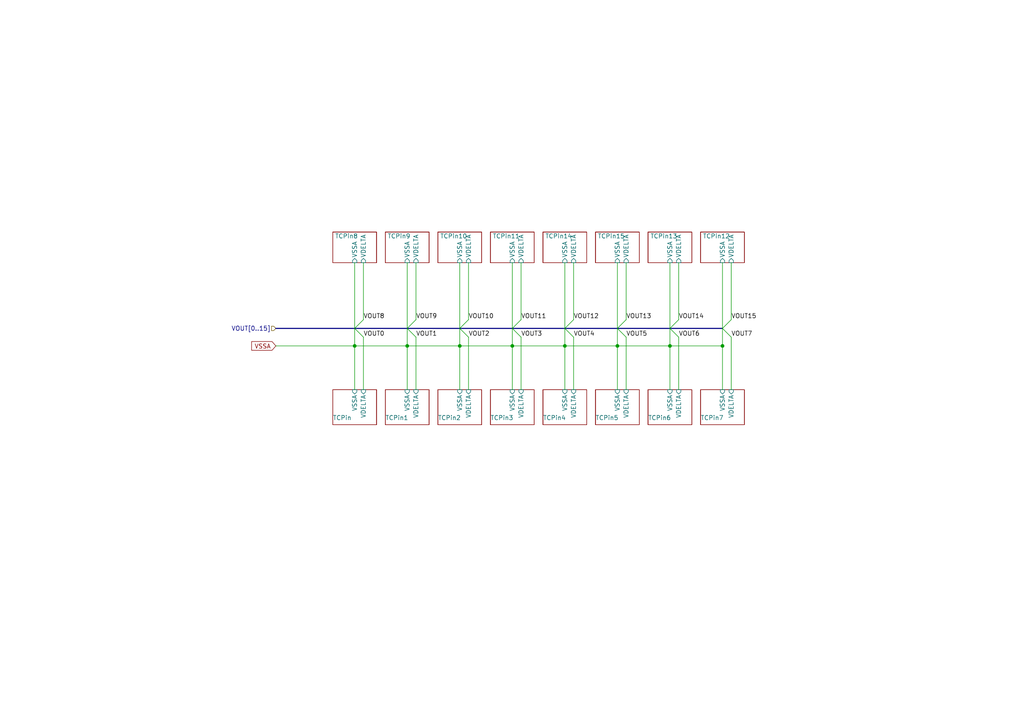
<source format=kicad_sch>
(kicad_sch
	(version 20231120)
	(generator "eeschema")
	(generator_version "8.0")
	(uuid "da582223-447f-4ab1-80b2-c5fd6a4563d7")
	(paper "A4")
	(lib_symbols)
	(junction
		(at 102.87 100.33)
		(diameter 0)
		(color 0 0 0 0)
		(uuid "20534671-c343-4ab3-9e03-cec1a3b8e346")
	)
	(junction
		(at 148.59 100.33)
		(diameter 0)
		(color 0 0 0 0)
		(uuid "25b51675-855e-439c-8e6f-59e5280a4207")
	)
	(junction
		(at 163.83 100.33)
		(diameter 0)
		(color 0 0 0 0)
		(uuid "593ffe82-2f74-4447-be1f-99c79520473e")
	)
	(junction
		(at 209.55 100.33)
		(diameter 0)
		(color 0 0 0 0)
		(uuid "955b4c81-e87f-490c-be3a-3dac2f5566a3")
	)
	(junction
		(at 118.11 100.33)
		(diameter 0)
		(color 0 0 0 0)
		(uuid "c1ebf636-f9af-4b6d-a6f0-c4d1a4507340")
	)
	(junction
		(at 179.07 100.33)
		(diameter 0)
		(color 0 0 0 0)
		(uuid "ca557b0e-f726-4ecb-a1e3-6790d9e604ed")
	)
	(junction
		(at 194.31 100.33)
		(diameter 0)
		(color 0 0 0 0)
		(uuid "cf879270-a3d9-4982-a2da-d65093b120bd")
	)
	(junction
		(at 133.35 100.33)
		(diameter 0)
		(color 0 0 0 0)
		(uuid "f2d50f95-5656-4f60-8ea3-6d0adfdf9c17")
	)
	(bus_entry
		(at 179.07 95.25)
		(size 2.54 2.54)
		(stroke
			(width 0)
			(type default)
		)
		(uuid "12e346be-15a9-4b91-bfd8-e6a7a519d19f")
	)
	(bus_entry
		(at 118.11 95.25)
		(size 2.54 -2.54)
		(stroke
			(width 0)
			(type default)
		)
		(uuid "196cfc71-3f49-40de-aab5-c3e23057f1c2")
	)
	(bus_entry
		(at 148.59 95.25)
		(size 2.54 2.54)
		(stroke
			(width 0)
			(type default)
		)
		(uuid "251d72d1-1edf-451f-af7b-1a327de124ae")
	)
	(bus_entry
		(at 209.55 95.25)
		(size 2.54 2.54)
		(stroke
			(width 0)
			(type default)
		)
		(uuid "36691e6b-3379-410b-b653-3ac397660868")
	)
	(bus_entry
		(at 118.11 95.25)
		(size 2.54 2.54)
		(stroke
			(width 0)
			(type default)
		)
		(uuid "3d656332-8c64-48df-9b7a-03f56689ec49")
	)
	(bus_entry
		(at 179.07 95.25)
		(size 2.54 -2.54)
		(stroke
			(width 0)
			(type default)
		)
		(uuid "494f9490-1948-4561-b18a-a3a5ed714606")
	)
	(bus_entry
		(at 102.87 95.25)
		(size 2.54 2.54)
		(stroke
			(width 0)
			(type default)
		)
		(uuid "626305e4-37c3-4e35-b457-95a787ba34d3")
	)
	(bus_entry
		(at 148.59 95.25)
		(size 2.54 -2.54)
		(stroke
			(width 0)
			(type default)
		)
		(uuid "64785982-2cba-4894-8481-c417c467101e")
	)
	(bus_entry
		(at 133.35 95.25)
		(size 2.54 2.54)
		(stroke
			(width 0)
			(type default)
		)
		(uuid "6679a35f-e83f-4c39-87b0-4febd1e88bc5")
	)
	(bus_entry
		(at 102.87 95.25)
		(size 2.54 -2.54)
		(stroke
			(width 0)
			(type default)
		)
		(uuid "67295e40-8b12-434f-a169-e3e759e4b970")
	)
	(bus_entry
		(at 133.35 95.25)
		(size 2.54 -2.54)
		(stroke
			(width 0)
			(type default)
		)
		(uuid "807c75c4-b9ca-4eb6-8934-c82b21126655")
	)
	(bus_entry
		(at 163.83 95.25)
		(size 2.54 -2.54)
		(stroke
			(width 0)
			(type default)
		)
		(uuid "bf21b640-cc38-4734-87d5-9e6198e01f3a")
	)
	(bus_entry
		(at 194.31 95.25)
		(size 2.54 -2.54)
		(stroke
			(width 0)
			(type default)
		)
		(uuid "c228dc78-d94f-4113-aa68-f4d426f7e65d")
	)
	(bus_entry
		(at 209.55 95.25)
		(size 2.54 -2.54)
		(stroke
			(width 0)
			(type default)
		)
		(uuid "e8a93598-1668-4697-83bf-94fec867e44d")
	)
	(bus_entry
		(at 194.31 95.25)
		(size 2.54 2.54)
		(stroke
			(width 0)
			(type default)
		)
		(uuid "ed0dfd6b-f040-44d4-ae81-151758a159f2")
	)
	(bus_entry
		(at 163.83 95.25)
		(size 2.54 2.54)
		(stroke
			(width 0)
			(type default)
		)
		(uuid "f34a5168-66dd-48e7-bf55-a09ff0ed6c6b")
	)
	(wire
		(pts
			(xy 209.55 95.25) (xy 209.55 100.33)
		)
		(stroke
			(width 0)
			(type default)
		)
		(uuid "0363b13e-2b1f-4685-9fac-4f835cee3f67")
	)
	(wire
		(pts
			(xy 212.09 76.2) (xy 212.09 92.71)
		)
		(stroke
			(width 0)
			(type default)
		)
		(uuid "06047753-533c-40bb-b80b-6a930ee0286b")
	)
	(wire
		(pts
			(xy 163.83 100.33) (xy 179.07 100.33)
		)
		(stroke
			(width 0)
			(type default)
		)
		(uuid "07b9534d-1750-41f2-902e-f2f31fd555e5")
	)
	(wire
		(pts
			(xy 166.37 76.2) (xy 166.37 92.71)
		)
		(stroke
			(width 0)
			(type default)
		)
		(uuid "08e53d18-caeb-4c50-8724-0260c0e5d253")
	)
	(wire
		(pts
			(xy 163.83 76.2) (xy 163.83 95.25)
		)
		(stroke
			(width 0)
			(type default)
		)
		(uuid "0bb81c23-89dd-42fc-a1eb-a272ca67dfd6")
	)
	(wire
		(pts
			(xy 196.85 76.2) (xy 196.85 92.71)
		)
		(stroke
			(width 0)
			(type default)
		)
		(uuid "1091336a-2067-43da-9586-f6d5cee5a905")
	)
	(wire
		(pts
			(xy 179.07 100.33) (xy 194.31 100.33)
		)
		(stroke
			(width 0)
			(type default)
		)
		(uuid "129dc75f-082b-4974-bb95-8f2fbe026dd1")
	)
	(wire
		(pts
			(xy 179.07 95.25) (xy 179.07 100.33)
		)
		(stroke
			(width 0)
			(type default)
		)
		(uuid "188828ee-0451-47ff-99c0-56d61c40b487")
	)
	(wire
		(pts
			(xy 133.35 95.25) (xy 133.35 100.33)
		)
		(stroke
			(width 0)
			(type default)
		)
		(uuid "18d8b4e1-848e-41ea-bd2e-b82718759bd3")
	)
	(wire
		(pts
			(xy 194.31 100.33) (xy 209.55 100.33)
		)
		(stroke
			(width 0)
			(type default)
		)
		(uuid "1d4b692e-0b22-4a8f-943a-048ee952034c")
	)
	(wire
		(pts
			(xy 105.41 97.79) (xy 105.41 113.03)
		)
		(stroke
			(width 0)
			(type default)
		)
		(uuid "22e2dfc6-630c-4f72-b2c8-875ab967f68d")
	)
	(wire
		(pts
			(xy 135.89 76.2) (xy 135.89 92.71)
		)
		(stroke
			(width 0)
			(type default)
		)
		(uuid "23a7fb95-a7a2-4bd4-81fa-a4487312f51f")
	)
	(bus
		(pts
			(xy 179.07 95.25) (xy 194.31 95.25)
		)
		(stroke
			(width 0)
			(type default)
		)
		(uuid "286ab322-5253-4627-bbc9-b883affe1dad")
	)
	(wire
		(pts
			(xy 181.61 97.79) (xy 181.61 113.03)
		)
		(stroke
			(width 0)
			(type default)
		)
		(uuid "2bca3432-ec3f-4e3a-8de5-c09570e77d03")
	)
	(wire
		(pts
			(xy 148.59 113.03) (xy 148.59 100.33)
		)
		(stroke
			(width 0)
			(type default)
		)
		(uuid "2c425787-25d6-4ab2-bc1c-4a194512bacb")
	)
	(wire
		(pts
			(xy 151.13 97.79) (xy 151.13 113.03)
		)
		(stroke
			(width 0)
			(type default)
		)
		(uuid "2e5929a9-33c7-453b-85b9-5eb323f7c9d9")
	)
	(wire
		(pts
			(xy 209.55 76.2) (xy 209.55 95.25)
		)
		(stroke
			(width 0)
			(type default)
		)
		(uuid "2f57791e-dba7-4d08-9089-a7a957043a99")
	)
	(wire
		(pts
			(xy 118.11 76.2) (xy 118.11 95.25)
		)
		(stroke
			(width 0)
			(type default)
		)
		(uuid "36cf5df2-50af-4904-9595-e7225db3fd32")
	)
	(wire
		(pts
			(xy 166.37 97.79) (xy 166.37 113.03)
		)
		(stroke
			(width 0)
			(type default)
		)
		(uuid "40ddf68e-ce6a-422a-96b7-6bfb3def38ca")
	)
	(bus
		(pts
			(xy 118.11 95.25) (xy 133.35 95.25)
		)
		(stroke
			(width 0)
			(type default)
		)
		(uuid "42638ff1-6828-46ff-a619-0e1c97c2ffb3")
	)
	(bus
		(pts
			(xy 163.83 95.25) (xy 179.07 95.25)
		)
		(stroke
			(width 0)
			(type default)
		)
		(uuid "44caaf5d-0b89-45bc-8305-f305a5fede04")
	)
	(wire
		(pts
			(xy 118.11 113.03) (xy 118.11 100.33)
		)
		(stroke
			(width 0)
			(type default)
		)
		(uuid "4777c5c9-c170-4550-9101-655523ac6a43")
	)
	(wire
		(pts
			(xy 179.07 113.03) (xy 179.07 100.33)
		)
		(stroke
			(width 0)
			(type default)
		)
		(uuid "4e2acec9-4ae1-4bae-b7ff-4c99842574ac")
	)
	(wire
		(pts
			(xy 102.87 95.25) (xy 102.87 100.33)
		)
		(stroke
			(width 0)
			(type default)
		)
		(uuid "4fd9f6d9-4bac-4843-a092-075ba41c22ac")
	)
	(wire
		(pts
			(xy 179.07 76.2) (xy 179.07 95.25)
		)
		(stroke
			(width 0)
			(type default)
		)
		(uuid "5922614d-caa8-4096-954f-b4191b4012a4")
	)
	(wire
		(pts
			(xy 102.87 76.2) (xy 102.87 95.25)
		)
		(stroke
			(width 0)
			(type default)
		)
		(uuid "5c6ab7f8-336b-4c47-937a-22ab696f36d4")
	)
	(wire
		(pts
			(xy 102.87 100.33) (xy 118.11 100.33)
		)
		(stroke
			(width 0)
			(type default)
		)
		(uuid "64bdb8c5-b5a7-40a1-901c-f993e9ecf7e0")
	)
	(wire
		(pts
			(xy 194.31 113.03) (xy 194.31 100.33)
		)
		(stroke
			(width 0)
			(type default)
		)
		(uuid "6c8c5891-208d-42a0-8197-973f921630ee")
	)
	(wire
		(pts
			(xy 181.61 76.2) (xy 181.61 92.71)
		)
		(stroke
			(width 0)
			(type default)
		)
		(uuid "6e7ca9fa-4e5b-4cfe-ba6e-362e7513310a")
	)
	(wire
		(pts
			(xy 212.09 97.79) (xy 212.09 113.03)
		)
		(stroke
			(width 0)
			(type default)
		)
		(uuid "73eb9e1c-633e-4068-b029-c8e5a07a4983")
	)
	(wire
		(pts
			(xy 194.31 76.2) (xy 194.31 95.25)
		)
		(stroke
			(width 0)
			(type default)
		)
		(uuid "7b46287b-5313-440f-ada7-4d55f62b5a6e")
	)
	(bus
		(pts
			(xy 133.35 95.25) (xy 148.59 95.25)
		)
		(stroke
			(width 0)
			(type default)
		)
		(uuid "80c34800-7329-4fe7-8e5d-05fba49e61df")
	)
	(wire
		(pts
			(xy 118.11 100.33) (xy 133.35 100.33)
		)
		(stroke
			(width 0)
			(type default)
		)
		(uuid "867f518e-538f-4088-9a07-85eb5e24d567")
	)
	(wire
		(pts
			(xy 133.35 113.03) (xy 133.35 100.33)
		)
		(stroke
			(width 0)
			(type default)
		)
		(uuid "919f962f-6726-44eb-98ed-eb7aed7c6299")
	)
	(wire
		(pts
			(xy 163.83 113.03) (xy 163.83 100.33)
		)
		(stroke
			(width 0)
			(type default)
		)
		(uuid "9a91b172-dab4-4642-bed6-ad000e0ac62d")
	)
	(wire
		(pts
			(xy 209.55 113.03) (xy 209.55 100.33)
		)
		(stroke
			(width 0)
			(type default)
		)
		(uuid "a52beec5-26c2-4775-8a7f-a2aac96c0183")
	)
	(wire
		(pts
			(xy 133.35 100.33) (xy 148.59 100.33)
		)
		(stroke
			(width 0)
			(type default)
		)
		(uuid "a64fb408-559e-4447-9d6a-f32b95bd880e")
	)
	(wire
		(pts
			(xy 135.89 97.79) (xy 135.89 113.03)
		)
		(stroke
			(width 0)
			(type default)
		)
		(uuid "b5161cfb-091a-484a-ba79-94f6297ac5f3")
	)
	(wire
		(pts
			(xy 133.35 76.2) (xy 133.35 95.25)
		)
		(stroke
			(width 0)
			(type default)
		)
		(uuid "b7b18b98-674f-4c10-9db0-8d9bde6e365a")
	)
	(wire
		(pts
			(xy 148.59 95.25) (xy 148.59 100.33)
		)
		(stroke
			(width 0)
			(type default)
		)
		(uuid "b9ac058c-7713-496d-93ad-bbd1b9646034")
	)
	(bus
		(pts
			(xy 194.31 95.25) (xy 209.55 95.25)
		)
		(stroke
			(width 0)
			(type default)
		)
		(uuid "ba217e6b-e8c2-4f64-94e5-3a7e76b7f88e")
	)
	(wire
		(pts
			(xy 80.01 100.33) (xy 102.87 100.33)
		)
		(stroke
			(width 0)
			(type default)
		)
		(uuid "baee6ba7-65a5-4fd9-a380-c0697959e9fe")
	)
	(wire
		(pts
			(xy 120.65 76.2) (xy 120.65 92.71)
		)
		(stroke
			(width 0)
			(type default)
		)
		(uuid "bec565a7-c545-41ac-9c1d-b25d82f6fd17")
	)
	(wire
		(pts
			(xy 148.59 100.33) (xy 163.83 100.33)
		)
		(stroke
			(width 0)
			(type default)
		)
		(uuid "c56af5bf-e6cc-4321-895e-70bbb83e7234")
	)
	(wire
		(pts
			(xy 194.31 95.25) (xy 194.31 100.33)
		)
		(stroke
			(width 0)
			(type default)
		)
		(uuid "c6a36b3b-b998-4d5a-bc3b-e02d7750c4c1")
	)
	(wire
		(pts
			(xy 163.83 95.25) (xy 163.83 100.33)
		)
		(stroke
			(width 0)
			(type default)
		)
		(uuid "ca9c14c2-2db3-47d7-aa38-e62ebd76cccd")
	)
	(bus
		(pts
			(xy 80.01 95.25) (xy 102.87 95.25)
		)
		(stroke
			(width 0)
			(type default)
		)
		(uuid "d22fe226-cc61-425a-8e16-9e8a995ec6ae")
	)
	(wire
		(pts
			(xy 118.11 95.25) (xy 118.11 100.33)
		)
		(stroke
			(width 0)
			(type default)
		)
		(uuid "d2838bc0-5f0c-442b-9a63-0539c330ab25")
	)
	(wire
		(pts
			(xy 148.59 76.2) (xy 148.59 95.25)
		)
		(stroke
			(width 0)
			(type default)
		)
		(uuid "d3338fe3-6465-485d-b437-b84aa8ca2435")
	)
	(wire
		(pts
			(xy 102.87 113.03) (xy 102.87 100.33)
		)
		(stroke
			(width 0)
			(type default)
		)
		(uuid "e05edd71-cadf-4a0b-a861-63f7b7dd0f84")
	)
	(bus
		(pts
			(xy 148.59 95.25) (xy 163.83 95.25)
		)
		(stroke
			(width 0)
			(type default)
		)
		(uuid "e37dc9e4-3b50-4371-873c-4d56f274dba4")
	)
	(wire
		(pts
			(xy 151.13 76.2) (xy 151.13 92.71)
		)
		(stroke
			(width 0)
			(type default)
		)
		(uuid "e8bfe4cd-12cd-4b0d-8fac-f664cd138460")
	)
	(bus
		(pts
			(xy 102.87 95.25) (xy 118.11 95.25)
		)
		(stroke
			(width 0)
			(type default)
		)
		(uuid "ef38a962-28c9-4f8a-9e5d-5f5f7cc6de41")
	)
	(wire
		(pts
			(xy 120.65 97.79) (xy 120.65 113.03)
		)
		(stroke
			(width 0)
			(type default)
		)
		(uuid "ef4c10a6-0281-4eda-876e-31afebe99de9")
	)
	(wire
		(pts
			(xy 105.41 76.2) (xy 105.41 92.71)
		)
		(stroke
			(width 0)
			(type default)
		)
		(uuid "f0220dfb-28ed-497e-9e08-ed5b4739e9f4")
	)
	(wire
		(pts
			(xy 196.85 97.79) (xy 196.85 113.03)
		)
		(stroke
			(width 0)
			(type default)
		)
		(uuid "f5577d78-2a31-49d1-98ae-fa065a1fe60b")
	)
	(label "VOUT5"
		(at 181.61 97.79 0)
		(fields_autoplaced yes)
		(effects
			(font
				(size 1.27 1.27)
			)
			(justify left bottom)
		)
		(uuid "0b2b1e30-e83c-4787-8391-0fd3c63a5ea2")
	)
	(label "VOUT3"
		(at 151.13 97.79 0)
		(fields_autoplaced yes)
		(effects
			(font
				(size 1.27 1.27)
			)
			(justify left bottom)
		)
		(uuid "0b2f1b85-87c4-4ff3-b711-79c8ab22ac45")
	)
	(label "VOUT13"
		(at 181.61 92.71 0)
		(fields_autoplaced yes)
		(effects
			(font
				(size 1.27 1.27)
			)
			(justify left bottom)
		)
		(uuid "0e30f1cc-b0a0-493b-b1ff-4ca8339d4d42")
	)
	(label "VOUT12"
		(at 166.37 92.71 0)
		(fields_autoplaced yes)
		(effects
			(font
				(size 1.27 1.27)
			)
			(justify left bottom)
		)
		(uuid "0faef28c-fff3-4ff3-a528-d54cf42ff58f")
	)
	(label "VOUT4"
		(at 166.37 97.79 0)
		(fields_autoplaced yes)
		(effects
			(font
				(size 1.27 1.27)
			)
			(justify left bottom)
		)
		(uuid "1b0a683d-bca2-4d29-9e2f-0a8eea25acd0")
	)
	(label "VOUT7"
		(at 212.09 97.79 0)
		(fields_autoplaced yes)
		(effects
			(font
				(size 1.27 1.27)
			)
			(justify left bottom)
		)
		(uuid "1d817639-6a23-4391-8242-f12574c21bea")
	)
	(label "VOUT15"
		(at 212.09 92.71 0)
		(fields_autoplaced yes)
		(effects
			(font
				(size 1.27 1.27)
			)
			(justify left bottom)
		)
		(uuid "1dc018e9-25d2-4745-8d1a-762aa207bc5b")
	)
	(label "VOUT2"
		(at 135.89 97.79 0)
		(fields_autoplaced yes)
		(effects
			(font
				(size 1.27 1.27)
			)
			(justify left bottom)
		)
		(uuid "25c30d6f-d260-4414-b901-7ff853a7a112")
	)
	(label "VOUT6"
		(at 196.85 97.79 0)
		(fields_autoplaced yes)
		(effects
			(font
				(size 1.27 1.27)
			)
			(justify left bottom)
		)
		(uuid "361e5021-4ca4-422f-a44e-1b65f9a0fdc7")
	)
	(label "VOUT8"
		(at 105.41 92.71 0)
		(fields_autoplaced yes)
		(effects
			(font
				(size 1.27 1.27)
			)
			(justify left bottom)
		)
		(uuid "55195356-8678-42b2-915b-af640457d5d0")
	)
	(label "VOUT10"
		(at 135.89 92.71 0)
		(fields_autoplaced yes)
		(effects
			(font
				(size 1.27 1.27)
			)
			(justify left bottom)
		)
		(uuid "60225905-2378-43f3-8a8b-5b6b25eb0745")
	)
	(label "VOUT0"
		(at 105.41 97.79 0)
		(fields_autoplaced yes)
		(effects
			(font
				(size 1.27 1.27)
			)
			(justify left bottom)
		)
		(uuid "99f67ecf-a15a-4a99-bf95-c8512d62af53")
	)
	(label "VOUT11"
		(at 151.13 92.71 0)
		(fields_autoplaced yes)
		(effects
			(font
				(size 1.27 1.27)
			)
			(justify left bottom)
		)
		(uuid "b7f1d71a-1427-4432-a527-e0d131c956c6")
	)
	(label "VOUT9"
		(at 120.65 92.71 0)
		(fields_autoplaced yes)
		(effects
			(font
				(size 1.27 1.27)
			)
			(justify left bottom)
		)
		(uuid "cd13550c-1c00-40ff-8d39-08dd540dbda8")
	)
	(label "VOUT14"
		(at 196.85 92.71 0)
		(fields_autoplaced yes)
		(effects
			(font
				(size 1.27 1.27)
			)
			(justify left bottom)
		)
		(uuid "d2a42379-4e34-4010-8e3d-2942e9aa27cb")
	)
	(label "VOUT1"
		(at 120.65 97.79 0)
		(fields_autoplaced yes)
		(effects
			(font
				(size 1.27 1.27)
			)
			(justify left bottom)
		)
		(uuid "d9db2406-e60f-4e14-9b34-096e0f3c9d85")
	)
	(global_label "VSSA"
		(shape input)
		(at 80.01 100.33 180)
		(fields_autoplaced yes)
		(effects
			(font
				(size 1.27 1.27)
			)
			(justify right)
		)
		(uuid "db9cd58b-bb2b-401b-a08f-6cc6408beb11")
		(property "Intersheetrefs" "${INTERSHEET_REFS}"
			(at 72.4286 100.33 0)
			(effects
				(font
					(size 1.27 1.27)
				)
				(justify right)
				(hide yes)
			)
		)
	)
	(hierarchical_label "VOUT[0..15]"
		(shape input)
		(at 80.01 95.25 180)
		(fields_autoplaced yes)
		(effects
			(font
				(size 1.27 1.27)
			)
			(justify right)
		)
		(uuid "60baa794-3df6-472d-b8cc-b444c3da9fac")
	)
	(sheet
		(at 187.96 67.31)
		(size 12.7 8.89)
		(stroke
			(width 0.1524)
			(type solid)
		)
		(fill
			(color 0 0 0 0.0000)
		)
		(uuid "28361e6f-172e-4308-af60-501e4288a67c")
		(property "Sheetname" "TCPin13"
			(at 188.595 69.215 0)
			(effects
				(font
					(size 1.27 1.27)
				)
				(justify left bottom)
			)
		)
		(property "Sheetfile" "tcpin.kicad_sch"
			(at 187.325 76.1496 0)
			(effects
				(font
					(size 1.27 1.27)
				)
				(justify left top)
				(hide yes)
			)
		)
		(property "Field2" ""
			(at 187.96 67.31 0)
			(effects
				(font
					(size 1.27 1.27)
				)
				(hide yes)
			)
		)
		(pin "VDELTA" input
			(at 196.85 76.2 270)
			(effects
				(font
					(size 1.27 1.27)
				)
				(justify left)
			)
			(uuid "3a0de9bb-d968-42ff-b39c-7ba21978b671")
		)
		(pin "VSSA" input
			(at 194.31 76.2 270)
			(effects
				(font
					(size 1.27 1.27)
				)
				(justify left)
			)
			(uuid "9bde3c8e-e8e5-4414-b6bc-5df9e19e2a56")
		)
		(instances
			(project "main_board"
				(path "/6c1b8035-64fa-4797-a506-5c9583cb241c/de32f10f-5064-49a9-8c83-68eb59f8eaab"
					(page "19")
				)
			)
		)
	)
	(sheet
		(at 96.52 113.03)
		(size 12.7 10.16)
		(stroke
			(width 0.1524)
			(type solid)
		)
		(fill
			(color 0 0 0 0.0000)
		)
		(uuid "30122caa-95f6-40d1-ba5b-69cff80674ce")
		(property "Sheetname" "TCPin"
			(at 96.52 121.92 0)
			(effects
				(font
					(size 1.27 1.27)
				)
				(justify left bottom)
			)
		)
		(property "Sheetfile" "tcpin.kicad_sch"
			(at 95.885 121.8696 0)
			(effects
				(font
					(size 1.27 1.27)
				)
				(justify left top)
				(hide yes)
			)
		)
		(property "Field2" ""
			(at 96.52 113.03 0)
			(effects
				(font
					(size 1.27 1.27)
				)
				(hide yes)
			)
		)
		(pin "VDELTA" input
			(at 105.41 113.03 90)
			(effects
				(font
					(size 1.27 1.27)
				)
				(justify right)
			)
			(uuid "4c5a5029-4f63-4a7b-a0f0-07feadb82dc3")
		)
		(pin "VSSA" input
			(at 102.87 113.03 90)
			(effects
				(font
					(size 1.27 1.27)
				)
				(justify right)
			)
			(uuid "7e0b77ec-323c-4442-9f0b-b1e5918d6c06")
		)
		(instances
			(project "main_board"
				(path "/6c1b8035-64fa-4797-a506-5c9583cb241c/de32f10f-5064-49a9-8c83-68eb59f8eaab"
					(page "5")
				)
			)
		)
	)
	(sheet
		(at 203.2 113.03)
		(size 12.7 10.16)
		(stroke
			(width 0.1524)
			(type solid)
		)
		(fill
			(color 0 0 0 0.0000)
		)
		(uuid "36c9a952-c2c0-4742-bef5-43812283685d")
		(property "Sheetname" "TCPin7"
			(at 203.2 121.92 0)
			(effects
				(font
					(size 1.27 1.27)
				)
				(justify left bottom)
			)
		)
		(property "Sheetfile" "tcpin.kicad_sch"
			(at 202.565 121.8696 0)
			(effects
				(font
					(size 1.27 1.27)
				)
				(justify left top)
				(hide yes)
			)
		)
		(property "Field2" ""
			(at 203.2 113.03 0)
			(effects
				(font
					(size 1.27 1.27)
				)
				(hide yes)
			)
		)
		(pin "VDELTA" input
			(at 212.09 113.03 90)
			(effects
				(font
					(size 1.27 1.27)
				)
				(justify right)
			)
			(uuid "b165504e-d61e-4c85-b219-aa87e06e9093")
		)
		(pin "VSSA" input
			(at 209.55 113.03 90)
			(effects
				(font
					(size 1.27 1.27)
				)
				(justify right)
			)
			(uuid "49d1f0f2-e2fe-4419-a7ac-78bf7e741666")
		)
		(instances
			(project "main_board"
				(path "/6c1b8035-64fa-4797-a506-5c9583cb241c/de32f10f-5064-49a9-8c83-68eb59f8eaab"
					(page "12")
				)
			)
		)
	)
	(sheet
		(at 142.24 113.03)
		(size 12.7 10.16)
		(stroke
			(width 0.1524)
			(type solid)
		)
		(fill
			(color 0 0 0 0.0000)
		)
		(uuid "452f8239-6f04-4990-b793-077b75cb9e63")
		(property "Sheetname" "TCPin3"
			(at 142.24 121.92 0)
			(effects
				(font
					(size 1.27 1.27)
				)
				(justify left bottom)
			)
		)
		(property "Sheetfile" "tcpin.kicad_sch"
			(at 141.605 121.8696 0)
			(effects
				(font
					(size 1.27 1.27)
				)
				(justify left top)
				(hide yes)
			)
		)
		(property "Field2" ""
			(at 142.24 113.03 0)
			(effects
				(font
					(size 1.27 1.27)
				)
				(hide yes)
			)
		)
		(pin "VDELTA" input
			(at 151.13 113.03 90)
			(effects
				(font
					(size 1.27 1.27)
				)
				(justify right)
			)
			(uuid "24a7ed0e-abb6-42f2-845f-a15beb34d726")
		)
		(pin "VSSA" input
			(at 148.59 113.03 90)
			(effects
				(font
					(size 1.27 1.27)
				)
				(justify right)
			)
			(uuid "808dcbc3-b907-40a1-871d-307088725bc0")
		)
		(instances
			(project "main_board"
				(path "/6c1b8035-64fa-4797-a506-5c9583cb241c/de32f10f-5064-49a9-8c83-68eb59f8eaab"
					(page "8")
				)
			)
		)
	)
	(sheet
		(at 157.48 67.31)
		(size 12.7 8.89)
		(stroke
			(width 0.1524)
			(type solid)
		)
		(fill
			(color 0 0 0 0.0000)
		)
		(uuid "5b3193da-5649-4022-8742-e0b531d318b7")
		(property "Sheetname" "TCPin14"
			(at 158.115 69.215 0)
			(effects
				(font
					(size 1.27 1.27)
				)
				(justify left bottom)
			)
		)
		(property "Sheetfile" "tcpin.kicad_sch"
			(at 156.845 76.1496 0)
			(effects
				(font
					(size 1.27 1.27)
				)
				(justify left top)
				(hide yes)
			)
		)
		(property "Field2" ""
			(at 157.48 67.31 0)
			(effects
				(font
					(size 1.27 1.27)
				)
				(hide yes)
			)
		)
		(pin "VDELTA" input
			(at 166.37 76.2 270)
			(effects
				(font
					(size 1.27 1.27)
				)
				(justify left)
			)
			(uuid "517b78d6-d852-4302-a5d8-a5bc2f7a05d2")
		)
		(pin "VSSA" input
			(at 163.83 76.2 270)
			(effects
				(font
					(size 1.27 1.27)
				)
				(justify left)
			)
			(uuid "056709ae-6f55-4d73-80df-fcdcba45acdd")
		)
		(instances
			(project "main_board"
				(path "/6c1b8035-64fa-4797-a506-5c9583cb241c/de32f10f-5064-49a9-8c83-68eb59f8eaab"
					(page "17")
				)
			)
		)
	)
	(sheet
		(at 127 67.31)
		(size 12.7 8.89)
		(stroke
			(width 0.1524)
			(type solid)
		)
		(fill
			(color 0 0 0 0.0000)
		)
		(uuid "628439ef-5cc3-4f48-b11b-7353eadf47d5")
		(property "Sheetname" "TCPin10"
			(at 127.635 69.215 0)
			(effects
				(font
					(size 1.27 1.27)
				)
				(justify left bottom)
			)
		)
		(property "Sheetfile" "tcpin.kicad_sch"
			(at 126.365 76.1496 0)
			(effects
				(font
					(size 1.27 1.27)
				)
				(justify left top)
				(hide yes)
			)
		)
		(property "Field2" ""
			(at 127 67.31 0)
			(effects
				(font
					(size 1.27 1.27)
				)
				(hide yes)
			)
		)
		(pin "VDELTA" input
			(at 135.89 76.2 270)
			(effects
				(font
					(size 1.27 1.27)
				)
				(justify left)
			)
			(uuid "5edab5a2-de8f-4ed9-ac17-f2bc6966c59b")
		)
		(pin "VSSA" input
			(at 133.35 76.2 270)
			(effects
				(font
					(size 1.27 1.27)
				)
				(justify left)
			)
			(uuid "f9b9fcb9-d901-463d-8e69-557bc4e3c7ac")
		)
		(instances
			(project "main_board"
				(path "/6c1b8035-64fa-4797-a506-5c9583cb241c/de32f10f-5064-49a9-8c83-68eb59f8eaab"
					(page "15")
				)
			)
		)
	)
	(sheet
		(at 96.52 67.31)
		(size 12.7 8.89)
		(stroke
			(width 0.1524)
			(type solid)
		)
		(fill
			(color 0 0 0 0.0000)
		)
		(uuid "64490793-e602-4a25-8f06-bfd2b47583b1")
		(property "Sheetname" "TCPin8"
			(at 97.155 69.215 0)
			(effects
				(font
					(size 1.27 1.27)
				)
				(justify left bottom)
			)
		)
		(property "Sheetfile" "tcpin.kicad_sch"
			(at 95.885 76.1496 0)
			(effects
				(font
					(size 1.27 1.27)
				)
				(justify left top)
				(hide yes)
			)
		)
		(property "Field2" ""
			(at 96.52 67.31 0)
			(effects
				(font
					(size 1.27 1.27)
				)
				(hide yes)
			)
		)
		(pin "VDELTA" input
			(at 105.41 76.2 270)
			(effects
				(font
					(size 1.27 1.27)
				)
				(justify left)
			)
			(uuid "80a62eaa-598d-4d54-8c52-5970a2d9d555")
		)
		(pin "VSSA" input
			(at 102.87 76.2 270)
			(effects
				(font
					(size 1.27 1.27)
				)
				(justify left)
			)
			(uuid "06ca238f-1ec4-46bd-9b8c-757a9149396b")
		)
		(instances
			(project "main_board"
				(path "/6c1b8035-64fa-4797-a506-5c9583cb241c/de32f10f-5064-49a9-8c83-68eb59f8eaab"
					(page "13")
				)
			)
		)
	)
	(sheet
		(at 142.24 67.31)
		(size 12.7 8.89)
		(stroke
			(width 0.1524)
			(type solid)
		)
		(fill
			(color 0 0 0 0.0000)
		)
		(uuid "7476be86-a201-44dc-855b-649ba629542c")
		(property "Sheetname" "TCPin11"
			(at 142.875 69.215 0)
			(effects
				(font
					(size 1.27 1.27)
				)
				(justify left bottom)
			)
		)
		(property "Sheetfile" "tcpin.kicad_sch"
			(at 141.605 76.1496 0)
			(effects
				(font
					(size 1.27 1.27)
				)
				(justify left top)
				(hide yes)
			)
		)
		(property "Field2" ""
			(at 142.24 67.31 0)
			(effects
				(font
					(size 1.27 1.27)
				)
				(hide yes)
			)
		)
		(pin "VDELTA" input
			(at 151.13 76.2 270)
			(effects
				(font
					(size 1.27 1.27)
				)
				(justify left)
			)
			(uuid "acb340f6-72e0-4ca7-a916-27de8a6b549a")
		)
		(pin "VSSA" input
			(at 148.59 76.2 270)
			(effects
				(font
					(size 1.27 1.27)
				)
				(justify left)
			)
			(uuid "e2a03f1a-18a7-49a4-bbd3-f97a1338e620")
		)
		(instances
			(project "main_board"
				(path "/6c1b8035-64fa-4797-a506-5c9583cb241c/de32f10f-5064-49a9-8c83-68eb59f8eaab"
					(page "16")
				)
			)
		)
	)
	(sheet
		(at 203.2 67.31)
		(size 12.7 8.89)
		(stroke
			(width 0.1524)
			(type solid)
		)
		(fill
			(color 0 0 0 0.0000)
		)
		(uuid "9508c33e-83c4-4436-97f4-70c3d616dfea")
		(property "Sheetname" "TCPin12"
			(at 203.835 69.215 0)
			(effects
				(font
					(size 1.27 1.27)
				)
				(justify left bottom)
			)
		)
		(property "Sheetfile" "tcpin.kicad_sch"
			(at 202.565 76.1496 0)
			(effects
				(font
					(size 1.27 1.27)
				)
				(justify left top)
				(hide yes)
			)
		)
		(property "Field2" ""
			(at 203.2 67.31 0)
			(effects
				(font
					(size 1.27 1.27)
				)
				(hide yes)
			)
		)
		(pin "VDELTA" input
			(at 212.09 76.2 270)
			(effects
				(font
					(size 1.27 1.27)
				)
				(justify left)
			)
			(uuid "2ac54e40-d5f1-44c7-b70b-3e5959c1c48d")
		)
		(pin "VSSA" input
			(at 209.55 76.2 270)
			(effects
				(font
					(size 1.27 1.27)
				)
				(justify left)
			)
			(uuid "6ef3035d-5fc0-4d2d-b969-257b8d711d44")
		)
		(instances
			(project "main_board"
				(path "/6c1b8035-64fa-4797-a506-5c9583cb241c/de32f10f-5064-49a9-8c83-68eb59f8eaab"
					(page "20")
				)
			)
		)
	)
	(sheet
		(at 172.72 67.31)
		(size 12.7 8.89)
		(stroke
			(width 0.1524)
			(type solid)
		)
		(fill
			(color 0 0 0 0.0000)
		)
		(uuid "99a35043-9574-4a1a-a644-d59aa9b304c9")
		(property "Sheetname" "TCPin15"
			(at 173.355 69.215 0)
			(effects
				(font
					(size 1.27 1.27)
				)
				(justify left bottom)
			)
		)
		(property "Sheetfile" "tcpin.kicad_sch"
			(at 172.085 76.1496 0)
			(effects
				(font
					(size 1.27 1.27)
				)
				(justify left top)
				(hide yes)
			)
		)
		(property "Field2" ""
			(at 172.72 67.31 0)
			(effects
				(font
					(size 1.27 1.27)
				)
				(hide yes)
			)
		)
		(pin "VDELTA" input
			(at 181.61 76.2 270)
			(effects
				(font
					(size 1.27 1.27)
				)
				(justify left)
			)
			(uuid "8b96ed02-6323-4cc6-9c36-ebe3c27f9c5b")
		)
		(pin "VSSA" input
			(at 179.07 76.2 270)
			(effects
				(font
					(size 1.27 1.27)
				)
				(justify left)
			)
			(uuid "4543690e-53b7-4bc0-995f-cfa9004d106b")
		)
		(instances
			(project "main_board"
				(path "/6c1b8035-64fa-4797-a506-5c9583cb241c/de32f10f-5064-49a9-8c83-68eb59f8eaab"
					(page "18")
				)
			)
		)
	)
	(sheet
		(at 187.96 113.03)
		(size 12.7 10.16)
		(stroke
			(width 0.1524)
			(type solid)
		)
		(fill
			(color 0 0 0 0.0000)
		)
		(uuid "9cd5dfbc-b649-4139-8fd0-b14d91926404")
		(property "Sheetname" "TCPin6"
			(at 187.96 121.92 0)
			(effects
				(font
					(size 1.27 1.27)
				)
				(justify left bottom)
			)
		)
		(property "Sheetfile" "tcpin.kicad_sch"
			(at 187.325 121.8696 0)
			(effects
				(font
					(size 1.27 1.27)
				)
				(justify left top)
				(hide yes)
			)
		)
		(property "Field2" ""
			(at 187.96 113.03 0)
			(effects
				(font
					(size 1.27 1.27)
				)
				(hide yes)
			)
		)
		(pin "VDELTA" input
			(at 196.85 113.03 90)
			(effects
				(font
					(size 1.27 1.27)
				)
				(justify right)
			)
			(uuid "9754cd30-4ad5-4750-931f-c70962b7be54")
		)
		(pin "VSSA" input
			(at 194.31 113.03 90)
			(effects
				(font
					(size 1.27 1.27)
				)
				(justify right)
			)
			(uuid "93b9cf96-19ca-432d-a034-a3b8726967ef")
		)
		(instances
			(project "main_board"
				(path "/6c1b8035-64fa-4797-a506-5c9583cb241c/de32f10f-5064-49a9-8c83-68eb59f8eaab"
					(page "11")
				)
			)
		)
	)
	(sheet
		(at 157.48 113.03)
		(size 12.7 10.16)
		(stroke
			(width 0.1524)
			(type solid)
		)
		(fill
			(color 0 0 0 0.0000)
		)
		(uuid "a4177109-8728-41ba-8182-6fe7aa538da6")
		(property "Sheetname" "TCPin4"
			(at 157.48 121.92 0)
			(effects
				(font
					(size 1.27 1.27)
				)
				(justify left bottom)
			)
		)
		(property "Sheetfile" "tcpin.kicad_sch"
			(at 156.845 121.8696 0)
			(effects
				(font
					(size 1.27 1.27)
				)
				(justify left top)
				(hide yes)
			)
		)
		(property "Field2" ""
			(at 157.48 113.03 0)
			(effects
				(font
					(size 1.27 1.27)
				)
				(hide yes)
			)
		)
		(pin "VDELTA" input
			(at 166.37 113.03 90)
			(effects
				(font
					(size 1.27 1.27)
				)
				(justify right)
			)
			(uuid "6c8b27a8-0520-4015-8313-084b6bead349")
		)
		(pin "VSSA" input
			(at 163.83 113.03 90)
			(effects
				(font
					(size 1.27 1.27)
				)
				(justify right)
			)
			(uuid "ffbd28c9-73d9-4e22-902d-cdbff6a6cc36")
		)
		(instances
			(project "main_board"
				(path "/6c1b8035-64fa-4797-a506-5c9583cb241c/de32f10f-5064-49a9-8c83-68eb59f8eaab"
					(page "9")
				)
			)
		)
	)
	(sheet
		(at 111.76 67.31)
		(size 12.7 8.89)
		(stroke
			(width 0.1524)
			(type solid)
		)
		(fill
			(color 0 0 0 0.0000)
		)
		(uuid "a696fab9-ccc5-4cc2-8c43-30330e0591c5")
		(property "Sheetname" "TCPin9"
			(at 112.395 69.215 0)
			(effects
				(font
					(size 1.27 1.27)
				)
				(justify left bottom)
			)
		)
		(property "Sheetfile" "tcpin.kicad_sch"
			(at 111.125 76.1496 0)
			(effects
				(font
					(size 1.27 1.27)
				)
				(justify left top)
				(hide yes)
			)
		)
		(property "Field2" ""
			(at 111.76 67.31 0)
			(effects
				(font
					(size 1.27 1.27)
				)
				(hide yes)
			)
		)
		(pin "VDELTA" input
			(at 120.65 76.2 270)
			(effects
				(font
					(size 1.27 1.27)
				)
				(justify left)
			)
			(uuid "ce801ff5-0ab0-4620-9f63-9925bcec4319")
		)
		(pin "VSSA" input
			(at 118.11 76.2 270)
			(effects
				(font
					(size 1.27 1.27)
				)
				(justify left)
			)
			(uuid "68f028e0-0066-4b2b-a8e9-2d33f468fa38")
		)
		(instances
			(project "main_board"
				(path "/6c1b8035-64fa-4797-a506-5c9583cb241c/de32f10f-5064-49a9-8c83-68eb59f8eaab"
					(page "14")
				)
			)
		)
	)
	(sheet
		(at 127 113.03)
		(size 12.7 10.16)
		(stroke
			(width 0.1524)
			(type solid)
		)
		(fill
			(color 0 0 0 0.0000)
		)
		(uuid "c4a29f8a-f5d6-4f53-96c5-3bb91c5e7f7b")
		(property "Sheetname" "TCPin2"
			(at 127 121.92 0)
			(effects
				(font
					(size 1.27 1.27)
				)
				(justify left bottom)
			)
		)
		(property "Sheetfile" "tcpin.kicad_sch"
			(at 126.365 121.8696 0)
			(effects
				(font
					(size 1.27 1.27)
				)
				(justify left top)
				(hide yes)
			)
		)
		(property "Field2" ""
			(at 127 113.03 0)
			(effects
				(font
					(size 1.27 1.27)
				)
				(hide yes)
			)
		)
		(pin "VDELTA" input
			(at 135.89 113.03 90)
			(effects
				(font
					(size 1.27 1.27)
				)
				(justify right)
			)
			(uuid "72751a8c-7d5e-44cd-ae12-10abb18b841f")
		)
		(pin "VSSA" input
			(at 133.35 113.03 90)
			(effects
				(font
					(size 1.27 1.27)
				)
				(justify right)
			)
			(uuid "c455026c-bbee-4f12-8a22-2fdbc3580ebf")
		)
		(instances
			(project "main_board"
				(path "/6c1b8035-64fa-4797-a506-5c9583cb241c/de32f10f-5064-49a9-8c83-68eb59f8eaab"
					(page "7")
				)
			)
		)
	)
	(sheet
		(at 111.76 113.03)
		(size 12.7 10.16)
		(stroke
			(width 0.1524)
			(type solid)
		)
		(fill
			(color 0 0 0 0.0000)
		)
		(uuid "e383c969-8012-4dd9-b39a-7d705a3f9935")
		(property "Sheetname" "TCPin1"
			(at 111.76 121.92 0)
			(effects
				(font
					(size 1.27 1.27)
				)
				(justify left bottom)
			)
		)
		(property "Sheetfile" "tcpin.kicad_sch"
			(at 111.125 121.8696 0)
			(effects
				(font
					(size 1.27 1.27)
				)
				(justify left top)
				(hide yes)
			)
		)
		(property "Field2" ""
			(at 111.76 113.03 0)
			(effects
				(font
					(size 1.27 1.27)
				)
				(hide yes)
			)
		)
		(pin "VDELTA" input
			(at 120.65 113.03 90)
			(effects
				(font
					(size 1.27 1.27)
				)
				(justify right)
			)
			(uuid "d7941dc6-d378-4814-8257-d57145740da2")
		)
		(pin "VSSA" input
			(at 118.11 113.03 90)
			(effects
				(font
					(size 1.27 1.27)
				)
				(justify right)
			)
			(uuid "17bfd185-1789-4fa7-bbbd-2bdaa0a4f3ed")
		)
		(instances
			(project "main_board"
				(path "/6c1b8035-64fa-4797-a506-5c9583cb241c/de32f10f-5064-49a9-8c83-68eb59f8eaab"
					(page "6")
				)
			)
		)
	)
	(sheet
		(at 172.72 113.03)
		(size 12.7 10.16)
		(stroke
			(width 0.1524)
			(type solid)
		)
		(fill
			(color 0 0 0 0.0000)
		)
		(uuid "ecb9e7a0-a4b4-49f8-b270-b14d75a7f561")
		(property "Sheetname" "TCPin5"
			(at 172.72 121.92 0)
			(effects
				(font
					(size 1.27 1.27)
				)
				(justify left bottom)
			)
		)
		(property "Sheetfile" "tcpin.kicad_sch"
			(at 172.085 121.8696 0)
			(effects
				(font
					(size 1.27 1.27)
				)
				(justify left top)
				(hide yes)
			)
		)
		(property "Field2" ""
			(at 172.72 113.03 0)
			(effects
				(font
					(size 1.27 1.27)
				)
				(hide yes)
			)
		)
		(pin "VDELTA" input
			(at 181.61 113.03 90)
			(effects
				(font
					(size 1.27 1.27)
				)
				(justify right)
			)
			(uuid "2bd4e9a7-9208-436a-961d-08e71e791e05")
		)
		(pin "VSSA" input
			(at 179.07 113.03 90)
			(effects
				(font
					(size 1.27 1.27)
				)
				(justify right)
			)
			(uuid "a2e66f92-b13d-4235-836f-8024e139ac1c")
		)
		(instances
			(project "main_board"
				(path "/6c1b8035-64fa-4797-a506-5c9583cb241c/de32f10f-5064-49a9-8c83-68eb59f8eaab"
					(page "10")
				)
			)
		)
	)
)

</source>
